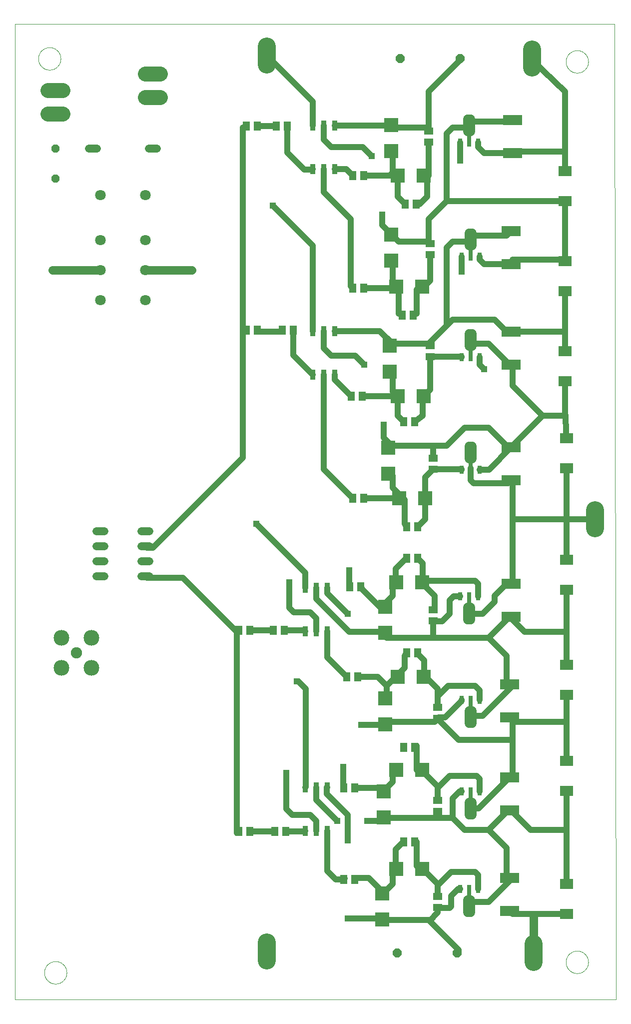
<source format=gtl>
G75*
%MOIN*%
%OFA0B0*%
%FSLAX25Y25*%
%IPPOS*%
%LPD*%
%AMOC8*
5,1,8,0,0,1.08239X$1,22.5*
%
%ADD10C,0.00000*%
%ADD11C,0.10039*%
%ADD12C,0.07500*%
%ADD13C,0.10500*%
%ADD14R,0.05118X0.05906*%
%ADD15C,0.05200*%
%ADD16C,0.07087*%
%ADD17R,0.03500X0.06600*%
%ADD18R,0.12598X0.07087*%
%ADD19R,0.03150X0.05512*%
%ADD20R,0.03150X0.07480*%
%ADD21C,0.06000*%
%ADD22R,0.08661X0.07087*%
%ADD23C,0.11850*%
%ADD24R,0.09449X0.09449*%
%ADD25OC8,0.05200*%
%ADD26R,0.05906X0.05118*%
%ADD27OC8,0.06000*%
%ADD28C,0.05600*%
%ADD29R,0.03962X0.03962*%
%ADD30C,0.04000*%
D10*
X0001800Y0001800D02*
X0001800Y0651800D01*
X0401800Y0651800D01*
X0402800Y0001800D01*
X0001800Y0001800D01*
X0021325Y0019800D02*
X0021327Y0019983D01*
X0021334Y0020167D01*
X0021345Y0020350D01*
X0021361Y0020533D01*
X0021381Y0020715D01*
X0021406Y0020897D01*
X0021435Y0021078D01*
X0021469Y0021258D01*
X0021507Y0021438D01*
X0021549Y0021616D01*
X0021596Y0021794D01*
X0021647Y0021970D01*
X0021702Y0022145D01*
X0021762Y0022318D01*
X0021826Y0022490D01*
X0021894Y0022661D01*
X0021966Y0022829D01*
X0022043Y0022996D01*
X0022123Y0023161D01*
X0022208Y0023324D01*
X0022296Y0023484D01*
X0022388Y0023643D01*
X0022485Y0023799D01*
X0022585Y0023953D01*
X0022689Y0024104D01*
X0022796Y0024253D01*
X0022907Y0024399D01*
X0023022Y0024542D01*
X0023140Y0024682D01*
X0023261Y0024820D01*
X0023386Y0024954D01*
X0023514Y0025086D01*
X0023646Y0025214D01*
X0023780Y0025339D01*
X0023918Y0025460D01*
X0024058Y0025578D01*
X0024201Y0025693D01*
X0024347Y0025804D01*
X0024496Y0025911D01*
X0024647Y0026015D01*
X0024801Y0026115D01*
X0024957Y0026212D01*
X0025116Y0026304D01*
X0025276Y0026392D01*
X0025439Y0026477D01*
X0025604Y0026557D01*
X0025771Y0026634D01*
X0025939Y0026706D01*
X0026110Y0026774D01*
X0026282Y0026838D01*
X0026455Y0026898D01*
X0026630Y0026953D01*
X0026806Y0027004D01*
X0026984Y0027051D01*
X0027162Y0027093D01*
X0027342Y0027131D01*
X0027522Y0027165D01*
X0027703Y0027194D01*
X0027885Y0027219D01*
X0028067Y0027239D01*
X0028250Y0027255D01*
X0028433Y0027266D01*
X0028617Y0027273D01*
X0028800Y0027275D01*
X0028983Y0027273D01*
X0029167Y0027266D01*
X0029350Y0027255D01*
X0029533Y0027239D01*
X0029715Y0027219D01*
X0029897Y0027194D01*
X0030078Y0027165D01*
X0030258Y0027131D01*
X0030438Y0027093D01*
X0030616Y0027051D01*
X0030794Y0027004D01*
X0030970Y0026953D01*
X0031145Y0026898D01*
X0031318Y0026838D01*
X0031490Y0026774D01*
X0031661Y0026706D01*
X0031829Y0026634D01*
X0031996Y0026557D01*
X0032161Y0026477D01*
X0032324Y0026392D01*
X0032484Y0026304D01*
X0032643Y0026212D01*
X0032799Y0026115D01*
X0032953Y0026015D01*
X0033104Y0025911D01*
X0033253Y0025804D01*
X0033399Y0025693D01*
X0033542Y0025578D01*
X0033682Y0025460D01*
X0033820Y0025339D01*
X0033954Y0025214D01*
X0034086Y0025086D01*
X0034214Y0024954D01*
X0034339Y0024820D01*
X0034460Y0024682D01*
X0034578Y0024542D01*
X0034693Y0024399D01*
X0034804Y0024253D01*
X0034911Y0024104D01*
X0035015Y0023953D01*
X0035115Y0023799D01*
X0035212Y0023643D01*
X0035304Y0023484D01*
X0035392Y0023324D01*
X0035477Y0023161D01*
X0035557Y0022996D01*
X0035634Y0022829D01*
X0035706Y0022661D01*
X0035774Y0022490D01*
X0035838Y0022318D01*
X0035898Y0022145D01*
X0035953Y0021970D01*
X0036004Y0021794D01*
X0036051Y0021616D01*
X0036093Y0021438D01*
X0036131Y0021258D01*
X0036165Y0021078D01*
X0036194Y0020897D01*
X0036219Y0020715D01*
X0036239Y0020533D01*
X0036255Y0020350D01*
X0036266Y0020167D01*
X0036273Y0019983D01*
X0036275Y0019800D01*
X0036273Y0019617D01*
X0036266Y0019433D01*
X0036255Y0019250D01*
X0036239Y0019067D01*
X0036219Y0018885D01*
X0036194Y0018703D01*
X0036165Y0018522D01*
X0036131Y0018342D01*
X0036093Y0018162D01*
X0036051Y0017984D01*
X0036004Y0017806D01*
X0035953Y0017630D01*
X0035898Y0017455D01*
X0035838Y0017282D01*
X0035774Y0017110D01*
X0035706Y0016939D01*
X0035634Y0016771D01*
X0035557Y0016604D01*
X0035477Y0016439D01*
X0035392Y0016276D01*
X0035304Y0016116D01*
X0035212Y0015957D01*
X0035115Y0015801D01*
X0035015Y0015647D01*
X0034911Y0015496D01*
X0034804Y0015347D01*
X0034693Y0015201D01*
X0034578Y0015058D01*
X0034460Y0014918D01*
X0034339Y0014780D01*
X0034214Y0014646D01*
X0034086Y0014514D01*
X0033954Y0014386D01*
X0033820Y0014261D01*
X0033682Y0014140D01*
X0033542Y0014022D01*
X0033399Y0013907D01*
X0033253Y0013796D01*
X0033104Y0013689D01*
X0032953Y0013585D01*
X0032799Y0013485D01*
X0032643Y0013388D01*
X0032484Y0013296D01*
X0032324Y0013208D01*
X0032161Y0013123D01*
X0031996Y0013043D01*
X0031829Y0012966D01*
X0031661Y0012894D01*
X0031490Y0012826D01*
X0031318Y0012762D01*
X0031145Y0012702D01*
X0030970Y0012647D01*
X0030794Y0012596D01*
X0030616Y0012549D01*
X0030438Y0012507D01*
X0030258Y0012469D01*
X0030078Y0012435D01*
X0029897Y0012406D01*
X0029715Y0012381D01*
X0029533Y0012361D01*
X0029350Y0012345D01*
X0029167Y0012334D01*
X0028983Y0012327D01*
X0028800Y0012325D01*
X0028617Y0012327D01*
X0028433Y0012334D01*
X0028250Y0012345D01*
X0028067Y0012361D01*
X0027885Y0012381D01*
X0027703Y0012406D01*
X0027522Y0012435D01*
X0027342Y0012469D01*
X0027162Y0012507D01*
X0026984Y0012549D01*
X0026806Y0012596D01*
X0026630Y0012647D01*
X0026455Y0012702D01*
X0026282Y0012762D01*
X0026110Y0012826D01*
X0025939Y0012894D01*
X0025771Y0012966D01*
X0025604Y0013043D01*
X0025439Y0013123D01*
X0025276Y0013208D01*
X0025116Y0013296D01*
X0024957Y0013388D01*
X0024801Y0013485D01*
X0024647Y0013585D01*
X0024496Y0013689D01*
X0024347Y0013796D01*
X0024201Y0013907D01*
X0024058Y0014022D01*
X0023918Y0014140D01*
X0023780Y0014261D01*
X0023646Y0014386D01*
X0023514Y0014514D01*
X0023386Y0014646D01*
X0023261Y0014780D01*
X0023140Y0014918D01*
X0023022Y0015058D01*
X0022907Y0015201D01*
X0022796Y0015347D01*
X0022689Y0015496D01*
X0022585Y0015647D01*
X0022485Y0015801D01*
X0022388Y0015957D01*
X0022296Y0016116D01*
X0022208Y0016276D01*
X0022123Y0016439D01*
X0022043Y0016604D01*
X0021966Y0016771D01*
X0021894Y0016939D01*
X0021826Y0017110D01*
X0021762Y0017282D01*
X0021702Y0017455D01*
X0021647Y0017630D01*
X0021596Y0017806D01*
X0021549Y0017984D01*
X0021507Y0018162D01*
X0021469Y0018342D01*
X0021435Y0018522D01*
X0021406Y0018703D01*
X0021381Y0018885D01*
X0021361Y0019067D01*
X0021345Y0019250D01*
X0021334Y0019433D01*
X0021327Y0019617D01*
X0021325Y0019800D01*
X0369325Y0026800D02*
X0369327Y0026983D01*
X0369334Y0027167D01*
X0369345Y0027350D01*
X0369361Y0027533D01*
X0369381Y0027715D01*
X0369406Y0027897D01*
X0369435Y0028078D01*
X0369469Y0028258D01*
X0369507Y0028438D01*
X0369549Y0028616D01*
X0369596Y0028794D01*
X0369647Y0028970D01*
X0369702Y0029145D01*
X0369762Y0029318D01*
X0369826Y0029490D01*
X0369894Y0029661D01*
X0369966Y0029829D01*
X0370043Y0029996D01*
X0370123Y0030161D01*
X0370208Y0030324D01*
X0370296Y0030484D01*
X0370388Y0030643D01*
X0370485Y0030799D01*
X0370585Y0030953D01*
X0370689Y0031104D01*
X0370796Y0031253D01*
X0370907Y0031399D01*
X0371022Y0031542D01*
X0371140Y0031682D01*
X0371261Y0031820D01*
X0371386Y0031954D01*
X0371514Y0032086D01*
X0371646Y0032214D01*
X0371780Y0032339D01*
X0371918Y0032460D01*
X0372058Y0032578D01*
X0372201Y0032693D01*
X0372347Y0032804D01*
X0372496Y0032911D01*
X0372647Y0033015D01*
X0372801Y0033115D01*
X0372957Y0033212D01*
X0373116Y0033304D01*
X0373276Y0033392D01*
X0373439Y0033477D01*
X0373604Y0033557D01*
X0373771Y0033634D01*
X0373939Y0033706D01*
X0374110Y0033774D01*
X0374282Y0033838D01*
X0374455Y0033898D01*
X0374630Y0033953D01*
X0374806Y0034004D01*
X0374984Y0034051D01*
X0375162Y0034093D01*
X0375342Y0034131D01*
X0375522Y0034165D01*
X0375703Y0034194D01*
X0375885Y0034219D01*
X0376067Y0034239D01*
X0376250Y0034255D01*
X0376433Y0034266D01*
X0376617Y0034273D01*
X0376800Y0034275D01*
X0376983Y0034273D01*
X0377167Y0034266D01*
X0377350Y0034255D01*
X0377533Y0034239D01*
X0377715Y0034219D01*
X0377897Y0034194D01*
X0378078Y0034165D01*
X0378258Y0034131D01*
X0378438Y0034093D01*
X0378616Y0034051D01*
X0378794Y0034004D01*
X0378970Y0033953D01*
X0379145Y0033898D01*
X0379318Y0033838D01*
X0379490Y0033774D01*
X0379661Y0033706D01*
X0379829Y0033634D01*
X0379996Y0033557D01*
X0380161Y0033477D01*
X0380324Y0033392D01*
X0380484Y0033304D01*
X0380643Y0033212D01*
X0380799Y0033115D01*
X0380953Y0033015D01*
X0381104Y0032911D01*
X0381253Y0032804D01*
X0381399Y0032693D01*
X0381542Y0032578D01*
X0381682Y0032460D01*
X0381820Y0032339D01*
X0381954Y0032214D01*
X0382086Y0032086D01*
X0382214Y0031954D01*
X0382339Y0031820D01*
X0382460Y0031682D01*
X0382578Y0031542D01*
X0382693Y0031399D01*
X0382804Y0031253D01*
X0382911Y0031104D01*
X0383015Y0030953D01*
X0383115Y0030799D01*
X0383212Y0030643D01*
X0383304Y0030484D01*
X0383392Y0030324D01*
X0383477Y0030161D01*
X0383557Y0029996D01*
X0383634Y0029829D01*
X0383706Y0029661D01*
X0383774Y0029490D01*
X0383838Y0029318D01*
X0383898Y0029145D01*
X0383953Y0028970D01*
X0384004Y0028794D01*
X0384051Y0028616D01*
X0384093Y0028438D01*
X0384131Y0028258D01*
X0384165Y0028078D01*
X0384194Y0027897D01*
X0384219Y0027715D01*
X0384239Y0027533D01*
X0384255Y0027350D01*
X0384266Y0027167D01*
X0384273Y0026983D01*
X0384275Y0026800D01*
X0384273Y0026617D01*
X0384266Y0026433D01*
X0384255Y0026250D01*
X0384239Y0026067D01*
X0384219Y0025885D01*
X0384194Y0025703D01*
X0384165Y0025522D01*
X0384131Y0025342D01*
X0384093Y0025162D01*
X0384051Y0024984D01*
X0384004Y0024806D01*
X0383953Y0024630D01*
X0383898Y0024455D01*
X0383838Y0024282D01*
X0383774Y0024110D01*
X0383706Y0023939D01*
X0383634Y0023771D01*
X0383557Y0023604D01*
X0383477Y0023439D01*
X0383392Y0023276D01*
X0383304Y0023116D01*
X0383212Y0022957D01*
X0383115Y0022801D01*
X0383015Y0022647D01*
X0382911Y0022496D01*
X0382804Y0022347D01*
X0382693Y0022201D01*
X0382578Y0022058D01*
X0382460Y0021918D01*
X0382339Y0021780D01*
X0382214Y0021646D01*
X0382086Y0021514D01*
X0381954Y0021386D01*
X0381820Y0021261D01*
X0381682Y0021140D01*
X0381542Y0021022D01*
X0381399Y0020907D01*
X0381253Y0020796D01*
X0381104Y0020689D01*
X0380953Y0020585D01*
X0380799Y0020485D01*
X0380643Y0020388D01*
X0380484Y0020296D01*
X0380324Y0020208D01*
X0380161Y0020123D01*
X0379996Y0020043D01*
X0379829Y0019966D01*
X0379661Y0019894D01*
X0379490Y0019826D01*
X0379318Y0019762D01*
X0379145Y0019702D01*
X0378970Y0019647D01*
X0378794Y0019596D01*
X0378616Y0019549D01*
X0378438Y0019507D01*
X0378258Y0019469D01*
X0378078Y0019435D01*
X0377897Y0019406D01*
X0377715Y0019381D01*
X0377533Y0019361D01*
X0377350Y0019345D01*
X0377167Y0019334D01*
X0376983Y0019327D01*
X0376800Y0019325D01*
X0376617Y0019327D01*
X0376433Y0019334D01*
X0376250Y0019345D01*
X0376067Y0019361D01*
X0375885Y0019381D01*
X0375703Y0019406D01*
X0375522Y0019435D01*
X0375342Y0019469D01*
X0375162Y0019507D01*
X0374984Y0019549D01*
X0374806Y0019596D01*
X0374630Y0019647D01*
X0374455Y0019702D01*
X0374282Y0019762D01*
X0374110Y0019826D01*
X0373939Y0019894D01*
X0373771Y0019966D01*
X0373604Y0020043D01*
X0373439Y0020123D01*
X0373276Y0020208D01*
X0373116Y0020296D01*
X0372957Y0020388D01*
X0372801Y0020485D01*
X0372647Y0020585D01*
X0372496Y0020689D01*
X0372347Y0020796D01*
X0372201Y0020907D01*
X0372058Y0021022D01*
X0371918Y0021140D01*
X0371780Y0021261D01*
X0371646Y0021386D01*
X0371514Y0021514D01*
X0371386Y0021646D01*
X0371261Y0021780D01*
X0371140Y0021918D01*
X0371022Y0022058D01*
X0370907Y0022201D01*
X0370796Y0022347D01*
X0370689Y0022496D01*
X0370585Y0022647D01*
X0370485Y0022801D01*
X0370388Y0022957D01*
X0370296Y0023116D01*
X0370208Y0023276D01*
X0370123Y0023439D01*
X0370043Y0023604D01*
X0369966Y0023771D01*
X0369894Y0023939D01*
X0369826Y0024110D01*
X0369762Y0024282D01*
X0369702Y0024455D01*
X0369647Y0024630D01*
X0369596Y0024806D01*
X0369549Y0024984D01*
X0369507Y0025162D01*
X0369469Y0025342D01*
X0369435Y0025522D01*
X0369406Y0025703D01*
X0369381Y0025885D01*
X0369361Y0026067D01*
X0369345Y0026250D01*
X0369334Y0026433D01*
X0369327Y0026617D01*
X0369325Y0026800D01*
X0369325Y0626800D02*
X0369327Y0626983D01*
X0369334Y0627167D01*
X0369345Y0627350D01*
X0369361Y0627533D01*
X0369381Y0627715D01*
X0369406Y0627897D01*
X0369435Y0628078D01*
X0369469Y0628258D01*
X0369507Y0628438D01*
X0369549Y0628616D01*
X0369596Y0628794D01*
X0369647Y0628970D01*
X0369702Y0629145D01*
X0369762Y0629318D01*
X0369826Y0629490D01*
X0369894Y0629661D01*
X0369966Y0629829D01*
X0370043Y0629996D01*
X0370123Y0630161D01*
X0370208Y0630324D01*
X0370296Y0630484D01*
X0370388Y0630643D01*
X0370485Y0630799D01*
X0370585Y0630953D01*
X0370689Y0631104D01*
X0370796Y0631253D01*
X0370907Y0631399D01*
X0371022Y0631542D01*
X0371140Y0631682D01*
X0371261Y0631820D01*
X0371386Y0631954D01*
X0371514Y0632086D01*
X0371646Y0632214D01*
X0371780Y0632339D01*
X0371918Y0632460D01*
X0372058Y0632578D01*
X0372201Y0632693D01*
X0372347Y0632804D01*
X0372496Y0632911D01*
X0372647Y0633015D01*
X0372801Y0633115D01*
X0372957Y0633212D01*
X0373116Y0633304D01*
X0373276Y0633392D01*
X0373439Y0633477D01*
X0373604Y0633557D01*
X0373771Y0633634D01*
X0373939Y0633706D01*
X0374110Y0633774D01*
X0374282Y0633838D01*
X0374455Y0633898D01*
X0374630Y0633953D01*
X0374806Y0634004D01*
X0374984Y0634051D01*
X0375162Y0634093D01*
X0375342Y0634131D01*
X0375522Y0634165D01*
X0375703Y0634194D01*
X0375885Y0634219D01*
X0376067Y0634239D01*
X0376250Y0634255D01*
X0376433Y0634266D01*
X0376617Y0634273D01*
X0376800Y0634275D01*
X0376983Y0634273D01*
X0377167Y0634266D01*
X0377350Y0634255D01*
X0377533Y0634239D01*
X0377715Y0634219D01*
X0377897Y0634194D01*
X0378078Y0634165D01*
X0378258Y0634131D01*
X0378438Y0634093D01*
X0378616Y0634051D01*
X0378794Y0634004D01*
X0378970Y0633953D01*
X0379145Y0633898D01*
X0379318Y0633838D01*
X0379490Y0633774D01*
X0379661Y0633706D01*
X0379829Y0633634D01*
X0379996Y0633557D01*
X0380161Y0633477D01*
X0380324Y0633392D01*
X0380484Y0633304D01*
X0380643Y0633212D01*
X0380799Y0633115D01*
X0380953Y0633015D01*
X0381104Y0632911D01*
X0381253Y0632804D01*
X0381399Y0632693D01*
X0381542Y0632578D01*
X0381682Y0632460D01*
X0381820Y0632339D01*
X0381954Y0632214D01*
X0382086Y0632086D01*
X0382214Y0631954D01*
X0382339Y0631820D01*
X0382460Y0631682D01*
X0382578Y0631542D01*
X0382693Y0631399D01*
X0382804Y0631253D01*
X0382911Y0631104D01*
X0383015Y0630953D01*
X0383115Y0630799D01*
X0383212Y0630643D01*
X0383304Y0630484D01*
X0383392Y0630324D01*
X0383477Y0630161D01*
X0383557Y0629996D01*
X0383634Y0629829D01*
X0383706Y0629661D01*
X0383774Y0629490D01*
X0383838Y0629318D01*
X0383898Y0629145D01*
X0383953Y0628970D01*
X0384004Y0628794D01*
X0384051Y0628616D01*
X0384093Y0628438D01*
X0384131Y0628258D01*
X0384165Y0628078D01*
X0384194Y0627897D01*
X0384219Y0627715D01*
X0384239Y0627533D01*
X0384255Y0627350D01*
X0384266Y0627167D01*
X0384273Y0626983D01*
X0384275Y0626800D01*
X0384273Y0626617D01*
X0384266Y0626433D01*
X0384255Y0626250D01*
X0384239Y0626067D01*
X0384219Y0625885D01*
X0384194Y0625703D01*
X0384165Y0625522D01*
X0384131Y0625342D01*
X0384093Y0625162D01*
X0384051Y0624984D01*
X0384004Y0624806D01*
X0383953Y0624630D01*
X0383898Y0624455D01*
X0383838Y0624282D01*
X0383774Y0624110D01*
X0383706Y0623939D01*
X0383634Y0623771D01*
X0383557Y0623604D01*
X0383477Y0623439D01*
X0383392Y0623276D01*
X0383304Y0623116D01*
X0383212Y0622957D01*
X0383115Y0622801D01*
X0383015Y0622647D01*
X0382911Y0622496D01*
X0382804Y0622347D01*
X0382693Y0622201D01*
X0382578Y0622058D01*
X0382460Y0621918D01*
X0382339Y0621780D01*
X0382214Y0621646D01*
X0382086Y0621514D01*
X0381954Y0621386D01*
X0381820Y0621261D01*
X0381682Y0621140D01*
X0381542Y0621022D01*
X0381399Y0620907D01*
X0381253Y0620796D01*
X0381104Y0620689D01*
X0380953Y0620585D01*
X0380799Y0620485D01*
X0380643Y0620388D01*
X0380484Y0620296D01*
X0380324Y0620208D01*
X0380161Y0620123D01*
X0379996Y0620043D01*
X0379829Y0619966D01*
X0379661Y0619894D01*
X0379490Y0619826D01*
X0379318Y0619762D01*
X0379145Y0619702D01*
X0378970Y0619647D01*
X0378794Y0619596D01*
X0378616Y0619549D01*
X0378438Y0619507D01*
X0378258Y0619469D01*
X0378078Y0619435D01*
X0377897Y0619406D01*
X0377715Y0619381D01*
X0377533Y0619361D01*
X0377350Y0619345D01*
X0377167Y0619334D01*
X0376983Y0619327D01*
X0376800Y0619325D01*
X0376617Y0619327D01*
X0376433Y0619334D01*
X0376250Y0619345D01*
X0376067Y0619361D01*
X0375885Y0619381D01*
X0375703Y0619406D01*
X0375522Y0619435D01*
X0375342Y0619469D01*
X0375162Y0619507D01*
X0374984Y0619549D01*
X0374806Y0619596D01*
X0374630Y0619647D01*
X0374455Y0619702D01*
X0374282Y0619762D01*
X0374110Y0619826D01*
X0373939Y0619894D01*
X0373771Y0619966D01*
X0373604Y0620043D01*
X0373439Y0620123D01*
X0373276Y0620208D01*
X0373116Y0620296D01*
X0372957Y0620388D01*
X0372801Y0620485D01*
X0372647Y0620585D01*
X0372496Y0620689D01*
X0372347Y0620796D01*
X0372201Y0620907D01*
X0372058Y0621022D01*
X0371918Y0621140D01*
X0371780Y0621261D01*
X0371646Y0621386D01*
X0371514Y0621514D01*
X0371386Y0621646D01*
X0371261Y0621780D01*
X0371140Y0621918D01*
X0371022Y0622058D01*
X0370907Y0622201D01*
X0370796Y0622347D01*
X0370689Y0622496D01*
X0370585Y0622647D01*
X0370485Y0622801D01*
X0370388Y0622957D01*
X0370296Y0623116D01*
X0370208Y0623276D01*
X0370123Y0623439D01*
X0370043Y0623604D01*
X0369966Y0623771D01*
X0369894Y0623939D01*
X0369826Y0624110D01*
X0369762Y0624282D01*
X0369702Y0624455D01*
X0369647Y0624630D01*
X0369596Y0624806D01*
X0369549Y0624984D01*
X0369507Y0625162D01*
X0369469Y0625342D01*
X0369435Y0625522D01*
X0369406Y0625703D01*
X0369381Y0625885D01*
X0369361Y0626067D01*
X0369345Y0626250D01*
X0369334Y0626433D01*
X0369327Y0626617D01*
X0369325Y0626800D01*
X0017325Y0628800D02*
X0017327Y0628983D01*
X0017334Y0629167D01*
X0017345Y0629350D01*
X0017361Y0629533D01*
X0017381Y0629715D01*
X0017406Y0629897D01*
X0017435Y0630078D01*
X0017469Y0630258D01*
X0017507Y0630438D01*
X0017549Y0630616D01*
X0017596Y0630794D01*
X0017647Y0630970D01*
X0017702Y0631145D01*
X0017762Y0631318D01*
X0017826Y0631490D01*
X0017894Y0631661D01*
X0017966Y0631829D01*
X0018043Y0631996D01*
X0018123Y0632161D01*
X0018208Y0632324D01*
X0018296Y0632484D01*
X0018388Y0632643D01*
X0018485Y0632799D01*
X0018585Y0632953D01*
X0018689Y0633104D01*
X0018796Y0633253D01*
X0018907Y0633399D01*
X0019022Y0633542D01*
X0019140Y0633682D01*
X0019261Y0633820D01*
X0019386Y0633954D01*
X0019514Y0634086D01*
X0019646Y0634214D01*
X0019780Y0634339D01*
X0019918Y0634460D01*
X0020058Y0634578D01*
X0020201Y0634693D01*
X0020347Y0634804D01*
X0020496Y0634911D01*
X0020647Y0635015D01*
X0020801Y0635115D01*
X0020957Y0635212D01*
X0021116Y0635304D01*
X0021276Y0635392D01*
X0021439Y0635477D01*
X0021604Y0635557D01*
X0021771Y0635634D01*
X0021939Y0635706D01*
X0022110Y0635774D01*
X0022282Y0635838D01*
X0022455Y0635898D01*
X0022630Y0635953D01*
X0022806Y0636004D01*
X0022984Y0636051D01*
X0023162Y0636093D01*
X0023342Y0636131D01*
X0023522Y0636165D01*
X0023703Y0636194D01*
X0023885Y0636219D01*
X0024067Y0636239D01*
X0024250Y0636255D01*
X0024433Y0636266D01*
X0024617Y0636273D01*
X0024800Y0636275D01*
X0024983Y0636273D01*
X0025167Y0636266D01*
X0025350Y0636255D01*
X0025533Y0636239D01*
X0025715Y0636219D01*
X0025897Y0636194D01*
X0026078Y0636165D01*
X0026258Y0636131D01*
X0026438Y0636093D01*
X0026616Y0636051D01*
X0026794Y0636004D01*
X0026970Y0635953D01*
X0027145Y0635898D01*
X0027318Y0635838D01*
X0027490Y0635774D01*
X0027661Y0635706D01*
X0027829Y0635634D01*
X0027996Y0635557D01*
X0028161Y0635477D01*
X0028324Y0635392D01*
X0028484Y0635304D01*
X0028643Y0635212D01*
X0028799Y0635115D01*
X0028953Y0635015D01*
X0029104Y0634911D01*
X0029253Y0634804D01*
X0029399Y0634693D01*
X0029542Y0634578D01*
X0029682Y0634460D01*
X0029820Y0634339D01*
X0029954Y0634214D01*
X0030086Y0634086D01*
X0030214Y0633954D01*
X0030339Y0633820D01*
X0030460Y0633682D01*
X0030578Y0633542D01*
X0030693Y0633399D01*
X0030804Y0633253D01*
X0030911Y0633104D01*
X0031015Y0632953D01*
X0031115Y0632799D01*
X0031212Y0632643D01*
X0031304Y0632484D01*
X0031392Y0632324D01*
X0031477Y0632161D01*
X0031557Y0631996D01*
X0031634Y0631829D01*
X0031706Y0631661D01*
X0031774Y0631490D01*
X0031838Y0631318D01*
X0031898Y0631145D01*
X0031953Y0630970D01*
X0032004Y0630794D01*
X0032051Y0630616D01*
X0032093Y0630438D01*
X0032131Y0630258D01*
X0032165Y0630078D01*
X0032194Y0629897D01*
X0032219Y0629715D01*
X0032239Y0629533D01*
X0032255Y0629350D01*
X0032266Y0629167D01*
X0032273Y0628983D01*
X0032275Y0628800D01*
X0032273Y0628617D01*
X0032266Y0628433D01*
X0032255Y0628250D01*
X0032239Y0628067D01*
X0032219Y0627885D01*
X0032194Y0627703D01*
X0032165Y0627522D01*
X0032131Y0627342D01*
X0032093Y0627162D01*
X0032051Y0626984D01*
X0032004Y0626806D01*
X0031953Y0626630D01*
X0031898Y0626455D01*
X0031838Y0626282D01*
X0031774Y0626110D01*
X0031706Y0625939D01*
X0031634Y0625771D01*
X0031557Y0625604D01*
X0031477Y0625439D01*
X0031392Y0625276D01*
X0031304Y0625116D01*
X0031212Y0624957D01*
X0031115Y0624801D01*
X0031015Y0624647D01*
X0030911Y0624496D01*
X0030804Y0624347D01*
X0030693Y0624201D01*
X0030578Y0624058D01*
X0030460Y0623918D01*
X0030339Y0623780D01*
X0030214Y0623646D01*
X0030086Y0623514D01*
X0029954Y0623386D01*
X0029820Y0623261D01*
X0029682Y0623140D01*
X0029542Y0623022D01*
X0029399Y0622907D01*
X0029253Y0622796D01*
X0029104Y0622689D01*
X0028953Y0622585D01*
X0028799Y0622485D01*
X0028643Y0622388D01*
X0028484Y0622296D01*
X0028324Y0622208D01*
X0028161Y0622123D01*
X0027996Y0622043D01*
X0027829Y0621966D01*
X0027661Y0621894D01*
X0027490Y0621826D01*
X0027318Y0621762D01*
X0027145Y0621702D01*
X0026970Y0621647D01*
X0026794Y0621596D01*
X0026616Y0621549D01*
X0026438Y0621507D01*
X0026258Y0621469D01*
X0026078Y0621435D01*
X0025897Y0621406D01*
X0025715Y0621381D01*
X0025533Y0621361D01*
X0025350Y0621345D01*
X0025167Y0621334D01*
X0024983Y0621327D01*
X0024800Y0621325D01*
X0024617Y0621327D01*
X0024433Y0621334D01*
X0024250Y0621345D01*
X0024067Y0621361D01*
X0023885Y0621381D01*
X0023703Y0621406D01*
X0023522Y0621435D01*
X0023342Y0621469D01*
X0023162Y0621507D01*
X0022984Y0621549D01*
X0022806Y0621596D01*
X0022630Y0621647D01*
X0022455Y0621702D01*
X0022282Y0621762D01*
X0022110Y0621826D01*
X0021939Y0621894D01*
X0021771Y0621966D01*
X0021604Y0622043D01*
X0021439Y0622123D01*
X0021276Y0622208D01*
X0021116Y0622296D01*
X0020957Y0622388D01*
X0020801Y0622485D01*
X0020647Y0622585D01*
X0020496Y0622689D01*
X0020347Y0622796D01*
X0020201Y0622907D01*
X0020058Y0623022D01*
X0019918Y0623140D01*
X0019780Y0623261D01*
X0019646Y0623386D01*
X0019514Y0623514D01*
X0019386Y0623646D01*
X0019261Y0623780D01*
X0019140Y0623918D01*
X0019022Y0624058D01*
X0018907Y0624201D01*
X0018796Y0624347D01*
X0018689Y0624496D01*
X0018585Y0624647D01*
X0018485Y0624801D01*
X0018388Y0624957D01*
X0018296Y0625116D01*
X0018208Y0625276D01*
X0018123Y0625439D01*
X0018043Y0625604D01*
X0017966Y0625771D01*
X0017894Y0625939D01*
X0017826Y0626110D01*
X0017762Y0626282D01*
X0017702Y0626455D01*
X0017647Y0626630D01*
X0017596Y0626806D01*
X0017549Y0626984D01*
X0017507Y0627162D01*
X0017469Y0627342D01*
X0017435Y0627522D01*
X0017406Y0627703D01*
X0017381Y0627885D01*
X0017361Y0628067D01*
X0017345Y0628250D01*
X0017334Y0628433D01*
X0017327Y0628617D01*
X0017325Y0628800D01*
D11*
X0023780Y0607595D02*
X0033820Y0607595D01*
X0033820Y0592005D02*
X0023780Y0592005D01*
X0088780Y0603005D02*
X0098820Y0603005D01*
X0098820Y0618595D02*
X0088780Y0618595D01*
D12*
X0042800Y0232800D03*
D13*
X0032761Y0242839D03*
X0032761Y0222761D03*
X0052839Y0222761D03*
X0052839Y0242839D03*
D14*
X0151060Y0247800D03*
X0158540Y0247800D03*
X0174060Y0247800D03*
X0181540Y0247800D03*
X0223060Y0216800D03*
X0230540Y0216800D03*
X0263060Y0232800D03*
X0270540Y0232800D03*
X0232540Y0276800D03*
X0225060Y0276800D03*
X0227060Y0335800D03*
X0234540Y0335800D03*
X0263060Y0316800D03*
X0270540Y0316800D03*
X0270540Y0295800D03*
X0263060Y0295800D03*
X0261060Y0386800D03*
X0268540Y0386800D03*
X0233540Y0403800D03*
X0226060Y0403800D03*
X0187540Y0447800D03*
X0180060Y0447800D03*
X0163540Y0447800D03*
X0156060Y0447800D03*
X0227060Y0475800D03*
X0234540Y0475800D03*
X0260060Y0457800D03*
X0267540Y0457800D03*
X0269540Y0531800D03*
X0262060Y0531800D03*
X0234540Y0550800D03*
X0227060Y0550800D03*
X0183540Y0583800D03*
X0176060Y0583800D03*
X0163540Y0583800D03*
X0156060Y0583800D03*
X0261060Y0169800D03*
X0268540Y0169800D03*
X0268540Y0106800D03*
X0261060Y0106800D03*
X0228540Y0081800D03*
X0221060Y0081800D03*
X0182540Y0113800D03*
X0175060Y0113800D03*
X0158540Y0113800D03*
X0151060Y0113800D03*
X0221060Y0142800D03*
X0228540Y0142800D03*
D15*
X0091400Y0283800D02*
X0086200Y0283800D01*
X0086200Y0293800D02*
X0091400Y0293800D01*
X0091400Y0303800D02*
X0086200Y0303800D01*
X0086200Y0313800D02*
X0091400Y0313800D01*
X0061400Y0313800D02*
X0056200Y0313800D01*
X0056200Y0303800D02*
X0061400Y0303800D01*
X0061400Y0293800D02*
X0056200Y0293800D01*
X0056200Y0283800D02*
X0061400Y0283800D01*
X0056400Y0568800D02*
X0051200Y0568800D01*
X0091200Y0568800D02*
X0096400Y0568800D01*
D16*
X0088800Y0537800D03*
X0088800Y0507800D03*
X0088800Y0487800D03*
X0088800Y0467800D03*
X0058800Y0467800D03*
X0058800Y0487800D03*
X0058800Y0507800D03*
X0058800Y0537800D03*
D17*
X0200500Y0555250D03*
X0207800Y0555250D03*
X0215100Y0555250D03*
X0215100Y0584350D03*
X0207800Y0584350D03*
X0200500Y0584350D03*
X0200500Y0447350D03*
X0207800Y0447350D03*
X0215100Y0447350D03*
X0215100Y0418250D03*
X0207800Y0418250D03*
X0200500Y0418250D03*
X0202800Y0276350D03*
X0195500Y0276350D03*
X0210100Y0276350D03*
X0210100Y0247250D03*
X0202800Y0247250D03*
X0195500Y0247250D03*
X0195500Y0143350D03*
X0202800Y0143350D03*
X0210100Y0143350D03*
X0210100Y0114250D03*
X0202800Y0114250D03*
X0195500Y0114250D03*
D18*
X0331800Y0127776D03*
X0331800Y0149824D03*
X0331800Y0189776D03*
X0331800Y0211824D03*
X0332800Y0256776D03*
X0332800Y0278824D03*
X0332800Y0347776D03*
X0332800Y0369824D03*
X0332800Y0424776D03*
X0332800Y0446824D03*
X0332800Y0491776D03*
X0332800Y0513824D03*
X0333800Y0565776D03*
X0333800Y0587824D03*
X0331800Y0082824D03*
X0331800Y0060776D03*
D19*
X0310702Y0075599D03*
X0298898Y0075599D03*
X0299898Y0140599D03*
X0311702Y0140599D03*
X0311702Y0201599D03*
X0299898Y0201599D03*
X0298898Y0270599D03*
X0310702Y0270599D03*
X0311702Y0355001D03*
X0299898Y0355001D03*
X0299898Y0430001D03*
X0311702Y0430001D03*
X0311702Y0497001D03*
X0299898Y0497001D03*
X0298898Y0573001D03*
X0310702Y0573001D03*
D20*
X0304800Y0574001D03*
X0305800Y0498001D03*
X0305800Y0431001D03*
X0305800Y0356001D03*
X0304800Y0269599D03*
X0305800Y0200599D03*
X0305800Y0139599D03*
X0304800Y0074599D03*
D21*
X0303800Y0068284D02*
X0305800Y0068284D01*
X0305800Y0059914D01*
X0303800Y0059914D01*
X0303800Y0068284D01*
X0303800Y0065913D02*
X0305800Y0065913D01*
X0304800Y0133284D02*
X0306800Y0133284D01*
X0306800Y0124914D01*
X0304800Y0124914D01*
X0304800Y0133284D01*
X0304800Y0130913D02*
X0306800Y0130913D01*
X0306800Y0194284D02*
X0304800Y0194284D01*
X0306800Y0194284D02*
X0306800Y0185914D01*
X0304800Y0185914D01*
X0304800Y0194284D01*
X0304800Y0191913D02*
X0306800Y0191913D01*
X0305800Y0263284D02*
X0303800Y0263284D01*
X0305800Y0263284D02*
X0305800Y0254914D01*
X0303800Y0254914D01*
X0303800Y0263284D01*
X0303800Y0260913D02*
X0305800Y0260913D01*
X0306800Y0362316D02*
X0304800Y0362316D01*
X0304800Y0370686D01*
X0306800Y0370686D01*
X0306800Y0362316D01*
X0306800Y0368315D02*
X0304800Y0368315D01*
X0304800Y0437316D02*
X0306800Y0437316D01*
X0304800Y0437316D02*
X0304800Y0445686D01*
X0306800Y0445686D01*
X0306800Y0437316D01*
X0306800Y0443315D02*
X0304800Y0443315D01*
X0304800Y0504316D02*
X0306800Y0504316D01*
X0304800Y0504316D02*
X0304800Y0512686D01*
X0306800Y0512686D01*
X0306800Y0504316D01*
X0306800Y0510315D02*
X0304800Y0510315D01*
X0305800Y0580316D02*
X0303800Y0580316D01*
X0303800Y0588686D01*
X0305800Y0588686D01*
X0305800Y0580316D01*
X0305800Y0586315D02*
X0303800Y0586315D01*
D22*
X0368800Y0553839D03*
X0368800Y0533761D03*
X0368800Y0493839D03*
X0368800Y0473761D03*
X0368800Y0433839D03*
X0368800Y0413761D03*
X0369800Y0375839D03*
X0369800Y0355761D03*
X0369800Y0294839D03*
X0369800Y0274761D03*
X0369800Y0224839D03*
X0369800Y0204761D03*
X0369800Y0160839D03*
X0369800Y0140761D03*
X0369800Y0078839D03*
X0369800Y0058761D03*
D23*
X0347800Y0038725D02*
X0347800Y0026875D01*
X0169800Y0027875D02*
X0169800Y0039725D01*
X0388800Y0315875D02*
X0388800Y0327725D01*
X0346800Y0622875D02*
X0346800Y0634725D01*
X0169800Y0636725D02*
X0169800Y0624875D01*
D24*
X0252800Y0584461D03*
X0252800Y0567139D03*
X0257139Y0550800D03*
X0274461Y0550800D03*
X0252800Y0511461D03*
X0252800Y0494139D03*
X0256139Y0476800D03*
X0273461Y0476800D03*
X0251800Y0437461D03*
X0251800Y0420139D03*
X0257139Y0403800D03*
X0274461Y0403800D03*
X0250800Y0369461D03*
X0250800Y0352139D03*
X0258139Y0335800D03*
X0275461Y0335800D03*
X0273461Y0279800D03*
X0256139Y0279800D03*
X0248800Y0263461D03*
X0248800Y0246139D03*
X0257139Y0216800D03*
X0248800Y0202461D03*
X0248800Y0185139D03*
X0256139Y0154800D03*
X0247800Y0140461D03*
X0247800Y0123139D03*
X0256139Y0088800D03*
X0246800Y0072461D03*
X0246800Y0055139D03*
X0273461Y0088800D03*
X0273461Y0154800D03*
X0274461Y0216800D03*
D25*
X0028800Y0548800D03*
X0028800Y0568800D03*
D26*
X0277800Y0573060D03*
X0277800Y0580540D03*
X0278800Y0505540D03*
X0278800Y0498060D03*
X0278800Y0437540D03*
X0278800Y0430060D03*
X0280800Y0362540D03*
X0280800Y0355060D03*
X0280800Y0261540D03*
X0280800Y0254060D03*
X0283800Y0196540D03*
X0283800Y0189060D03*
X0283800Y0134540D03*
X0283800Y0127060D03*
X0283800Y0070540D03*
X0283800Y0063060D03*
D27*
X0296800Y0032800D03*
X0256800Y0032800D03*
X0258800Y0628800D03*
X0298800Y0628800D03*
D28*
X0119800Y0487800D02*
X0088800Y0487800D01*
X0058800Y0487800D02*
X0026800Y0487800D01*
X0347800Y0056800D02*
X0347800Y0032800D01*
D29*
X0236800Y0120800D03*
X0223800Y0107800D03*
X0216800Y0120800D03*
X0220800Y0156800D03*
X0232800Y0184800D03*
X0189800Y0213800D03*
X0223800Y0258800D03*
X0224800Y0287800D03*
X0184800Y0279800D03*
X0162800Y0318800D03*
X0234800Y0424800D03*
X0247800Y0384800D03*
X0314800Y0421800D03*
X0350800Y0446800D03*
X0299800Y0486800D03*
X0278800Y0486800D03*
X0246800Y0524800D03*
X0239800Y0563800D03*
X0277800Y0560800D03*
X0298800Y0560800D03*
X0173800Y0530800D03*
X0119800Y0487800D03*
X0026800Y0487800D03*
X0182800Y0152800D03*
X0223800Y0055800D03*
D30*
X0247924Y0055800D01*
X0248813Y0054911D01*
X0246800Y0055139D01*
X0248813Y0054911D02*
X0249800Y0054800D01*
X0277800Y0054800D01*
X0278300Y0054300D01*
X0283800Y0059800D01*
X0283800Y0063060D01*
X0284060Y0062800D01*
X0291800Y0062800D01*
X0292800Y0063800D01*
X0292800Y0070800D01*
X0297599Y0075599D01*
X0298898Y0075599D01*
X0305800Y0066800D02*
X0304800Y0064099D01*
X0305800Y0066800D02*
X0317800Y0066800D01*
X0333800Y0082800D01*
X0331800Y0082824D01*
X0329800Y0082800D01*
X0329800Y0102800D01*
X0317800Y0114800D01*
X0329800Y0126800D01*
X0331800Y0127776D01*
X0333800Y0126800D01*
X0345800Y0114800D01*
X0369800Y0114800D01*
X0369800Y0078839D01*
X0369800Y0058761D02*
X0357800Y0058800D01*
X0333800Y0058800D01*
X0331800Y0060776D01*
X0310800Y0075698D02*
X0310702Y0075599D01*
X0310800Y0075698D02*
X0310800Y0084800D01*
X0308800Y0086800D01*
X0292800Y0086800D01*
X0283800Y0077800D01*
X0283800Y0070540D01*
X0283800Y0078800D01*
X0273800Y0088800D01*
X0273461Y0088800D01*
X0269800Y0090800D01*
X0269800Y0106800D01*
X0268540Y0106800D01*
X0261060Y0106800D02*
X0260800Y0106800D01*
X0255800Y0101800D01*
X0255800Y0089139D01*
X0256139Y0088800D01*
X0253800Y0086800D01*
X0253800Y0078800D01*
X0249800Y0074800D01*
X0246800Y0072461D01*
X0245800Y0074800D01*
X0237800Y0082800D01*
X0229800Y0082800D01*
X0228540Y0081800D01*
X0221800Y0082540D02*
X0221060Y0081800D01*
X0215800Y0081800D01*
X0210100Y0087500D01*
X0210100Y0114250D01*
X0216800Y0120800D02*
X0202800Y0134800D01*
X0202800Y0143350D01*
X0209800Y0143050D02*
X0210100Y0143350D01*
X0209800Y0143050D02*
X0209800Y0138800D01*
X0223800Y0124800D01*
X0223800Y0107800D01*
X0236800Y0120800D02*
X0248461Y0120800D01*
X0247800Y0123139D01*
X0248800Y0122800D01*
X0292800Y0122800D01*
X0293800Y0123800D01*
X0293800Y0135800D01*
X0298599Y0140599D01*
X0299898Y0140599D01*
X0305800Y0129099D02*
X0311076Y0129099D01*
X0331800Y0149824D01*
X0333800Y0150800D01*
X0333800Y0174800D01*
X0297800Y0174800D01*
X0285800Y0186800D01*
X0283800Y0189060D01*
X0284540Y0189800D01*
X0288800Y0189800D01*
X0299898Y0200898D01*
X0299898Y0201599D01*
X0305800Y0190800D02*
X0305800Y0190099D01*
X0305800Y0190800D02*
X0313800Y0190800D01*
X0333800Y0210800D01*
X0331800Y0211824D01*
X0329800Y0214800D01*
X0329800Y0230800D01*
X0317800Y0242800D01*
X0329800Y0254800D01*
X0332800Y0256776D01*
X0333800Y0254800D01*
X0341800Y0246800D01*
X0369800Y0246800D01*
X0369800Y0274761D01*
X0369800Y0294839D02*
X0369800Y0321800D01*
X0369800Y0355761D01*
X0369800Y0375839D02*
X0368800Y0394800D01*
X0368800Y0413761D01*
X0368800Y0390800D01*
X0353800Y0390800D01*
X0333800Y0410800D01*
X0333800Y0422800D01*
X0332800Y0424776D01*
X0329800Y0426800D01*
X0317800Y0438800D01*
X0305800Y0438800D01*
X0305800Y0441501D01*
X0299839Y0430060D02*
X0299898Y0430001D01*
X0299839Y0430060D02*
X0278800Y0430060D01*
X0278800Y0408139D01*
X0274461Y0403800D01*
X0273800Y0402800D01*
X0273800Y0390800D01*
X0268540Y0386800D01*
X0261060Y0386800D02*
X0257139Y0390721D01*
X0257139Y0403800D01*
X0255291Y0405460D01*
X0253632Y0403800D01*
X0233540Y0403800D01*
X0226060Y0403800D02*
X0215100Y0414760D01*
X0215100Y0418250D01*
X0207800Y0418250D02*
X0207800Y0355060D01*
X0227060Y0335800D01*
X0234540Y0335800D02*
X0258139Y0335800D01*
X0257800Y0338800D01*
X0253800Y0342800D01*
X0253800Y0350800D01*
X0250800Y0352139D01*
X0258139Y0335800D02*
X0261800Y0334800D01*
X0261800Y0318800D01*
X0263060Y0316800D01*
X0270540Y0316800D02*
X0275461Y0321721D01*
X0275461Y0335800D01*
X0275461Y0349721D01*
X0280800Y0355060D01*
X0299839Y0355060D01*
X0299898Y0355001D01*
X0305800Y0356001D02*
X0305800Y0347800D01*
X0307800Y0345800D01*
X0330824Y0345800D01*
X0332800Y0347776D01*
X0333800Y0346800D01*
X0333800Y0321800D01*
X0369800Y0321800D01*
X0388800Y0321800D01*
X0333800Y0370800D02*
X0353800Y0390800D01*
X0333800Y0370800D02*
X0332800Y0369824D01*
X0317977Y0355001D01*
X0311702Y0355001D01*
X0305800Y0366501D02*
X0305800Y0366800D01*
X0301800Y0382800D02*
X0317800Y0382800D01*
X0329800Y0370800D01*
X0332800Y0369824D01*
X0333800Y0321800D02*
X0333800Y0278800D01*
X0332800Y0278824D01*
X0329800Y0278800D01*
X0321800Y0270800D01*
X0321800Y0266800D01*
X0313800Y0258800D01*
X0305800Y0258800D01*
X0304800Y0259099D01*
X0298898Y0270599D02*
X0294599Y0270599D01*
X0291800Y0267800D01*
X0291800Y0258800D01*
X0286800Y0253800D01*
X0281060Y0253800D01*
X0280800Y0254060D01*
X0280800Y0243800D01*
X0281800Y0242800D01*
X0249800Y0242800D01*
X0248800Y0246139D01*
X0248139Y0246800D01*
X0224800Y0246800D01*
X0202800Y0268800D01*
X0202800Y0276350D01*
X0210100Y0276350D02*
X0210100Y0272500D01*
X0223800Y0258800D01*
X0210100Y0247250D02*
X0210100Y0229760D01*
X0223060Y0216800D01*
X0230540Y0216800D02*
X0243800Y0216800D01*
X0249800Y0210800D01*
X0253800Y0214800D01*
X0257139Y0216800D01*
X0257800Y0218800D01*
X0261800Y0222800D01*
X0261800Y0230800D01*
X0263060Y0232800D01*
X0270540Y0232800D02*
X0270540Y0232060D01*
X0274800Y0227800D01*
X0274800Y0217139D01*
X0274461Y0216800D01*
X0277800Y0214800D01*
X0283800Y0208800D01*
X0283800Y0203800D01*
X0290800Y0210800D01*
X0308800Y0210800D01*
X0311800Y0207800D01*
X0311800Y0201698D01*
X0311702Y0201599D01*
X0331800Y0189776D02*
X0333800Y0186800D01*
X0369800Y0186800D01*
X0369800Y0204761D01*
X0369800Y0186800D02*
X0369800Y0160839D01*
X0369800Y0140761D02*
X0369800Y0114800D01*
X0333800Y0174800D02*
X0333800Y0186800D01*
X0309800Y0150800D02*
X0311800Y0148800D01*
X0311800Y0140698D01*
X0311702Y0140599D01*
X0309800Y0150800D02*
X0291800Y0150800D01*
X0283800Y0142800D01*
X0283800Y0134540D01*
X0283800Y0143800D01*
X0273461Y0154139D01*
X0273461Y0154800D01*
X0269800Y0154800D01*
X0269800Y0170800D01*
X0268540Y0169800D01*
X0256139Y0154800D02*
X0253800Y0154800D01*
X0253800Y0146800D01*
X0249800Y0142800D01*
X0247800Y0140461D01*
X0245800Y0142800D01*
X0228540Y0142800D01*
X0221060Y0142800D02*
X0220800Y0143060D01*
X0220800Y0156800D01*
X0221060Y0142800D02*
X0220800Y0142540D01*
X0202800Y0120800D02*
X0202800Y0114250D01*
X0202800Y0120800D02*
X0198800Y0124800D01*
X0186800Y0124800D01*
X0182800Y0128800D01*
X0182800Y0152800D01*
X0195500Y0143350D02*
X0195800Y0143650D01*
X0195800Y0208800D01*
X0190800Y0213800D01*
X0189800Y0213800D01*
X0195500Y0247250D02*
X0194950Y0247800D01*
X0181540Y0247800D01*
X0174060Y0247800D02*
X0158540Y0247800D01*
X0151060Y0247800D02*
X0149800Y0246800D01*
X0113800Y0282800D01*
X0089800Y0282800D01*
X0088800Y0283800D01*
X0089800Y0302800D02*
X0088800Y0303800D01*
X0089800Y0302800D02*
X0093800Y0302800D01*
X0153800Y0362800D01*
X0153800Y0446800D01*
X0156060Y0447800D01*
X0153800Y0446800D02*
X0153800Y0582800D01*
X0156060Y0583800D01*
X0163540Y0583800D02*
X0176060Y0583800D01*
X0183540Y0583800D02*
X0183540Y0566060D01*
X0194800Y0554800D01*
X0200050Y0554800D01*
X0200500Y0555250D01*
X0207800Y0555250D02*
X0207800Y0539800D01*
X0225800Y0521800D01*
X0225800Y0477060D01*
X0227060Y0475800D01*
X0234540Y0475800D02*
X0253800Y0475800D01*
X0256139Y0476800D02*
X0253800Y0478800D01*
X0253800Y0490800D01*
X0252800Y0494139D01*
X0257800Y0506800D02*
X0254800Y0509800D01*
X0253800Y0510800D01*
X0246800Y0517800D01*
X0246800Y0524800D01*
X0252800Y0511461D02*
X0253800Y0510800D01*
X0257800Y0506800D02*
X0277800Y0506800D01*
X0278800Y0505540D01*
X0277800Y0506800D02*
X0277800Y0521800D01*
X0289800Y0533800D01*
X0368800Y0533800D01*
X0368800Y0533761D01*
X0368800Y0494800D01*
X0368800Y0493839D01*
X0368800Y0494800D02*
X0333800Y0494800D01*
X0332800Y0491776D01*
X0332776Y0491800D01*
X0314800Y0491800D01*
X0311702Y0494898D01*
X0311702Y0497001D01*
X0305800Y0506800D02*
X0305800Y0508501D01*
X0305800Y0510800D01*
X0329800Y0510800D01*
X0332800Y0513824D01*
X0305800Y0506800D02*
X0293800Y0506800D01*
X0289800Y0502800D01*
X0289800Y0450800D01*
X0277800Y0438800D01*
X0278800Y0437540D01*
X0277800Y0438800D02*
X0253800Y0438800D01*
X0245250Y0447350D01*
X0215100Y0447350D01*
X0207800Y0447350D02*
X0207800Y0435800D01*
X0212800Y0430800D01*
X0228800Y0430800D01*
X0234800Y0424800D01*
X0251800Y0420139D02*
X0253800Y0418800D01*
X0253800Y0406800D01*
X0255291Y0405460D01*
X0247800Y0384800D02*
X0247800Y0376132D01*
X0253338Y0370594D01*
X0250800Y0369461D01*
X0253338Y0370594D02*
X0253800Y0370800D01*
X0280800Y0370800D01*
X0280800Y0362540D01*
X0280800Y0370800D02*
X0289800Y0370800D01*
X0301800Y0382800D01*
X0314800Y0421800D02*
X0311702Y0424898D01*
X0311702Y0430001D01*
X0329800Y0446800D02*
X0321800Y0454800D01*
X0293800Y0454800D01*
X0289800Y0450800D01*
X0274800Y0476800D02*
X0273461Y0476800D01*
X0269800Y0474800D01*
X0269800Y0458800D01*
X0267540Y0457800D01*
X0260060Y0457800D02*
X0257800Y0458800D01*
X0257800Y0474800D01*
X0256139Y0476800D01*
X0274800Y0476800D02*
X0278800Y0480800D01*
X0278800Y0486800D01*
X0278800Y0498060D01*
X0299898Y0497001D02*
X0299898Y0486898D01*
X0299800Y0486800D01*
X0289800Y0533800D02*
X0289800Y0578800D01*
X0293800Y0582800D01*
X0301800Y0582800D01*
X0304800Y0584501D01*
X0305800Y0586800D01*
X0333800Y0586800D01*
X0333800Y0587824D01*
X0333800Y0566800D02*
X0333800Y0565776D01*
X0333800Y0566800D02*
X0368800Y0566800D01*
X0368800Y0553839D01*
X0368800Y0566800D02*
X0368800Y0606800D01*
X0346800Y0627800D01*
X0310702Y0573001D02*
X0310702Y0569898D01*
X0314800Y0565800D01*
X0331800Y0565800D01*
X0298898Y0560898D02*
X0298800Y0560800D01*
X0298898Y0560898D02*
X0298898Y0573001D01*
X0277800Y0573060D02*
X0277800Y0560800D01*
X0277800Y0550800D01*
X0276800Y0550800D01*
X0276800Y0536800D01*
X0271800Y0531800D01*
X0269540Y0531800D01*
X0262060Y0531800D02*
X0257139Y0536721D01*
X0257139Y0550800D01*
X0253800Y0550800D01*
X0253800Y0552800D01*
X0251800Y0550800D01*
X0234540Y0550800D01*
X0227060Y0550800D02*
X0222610Y0555250D01*
X0215100Y0555250D01*
X0212800Y0569800D02*
X0207800Y0574800D01*
X0207800Y0584350D01*
X0200500Y0584350D02*
X0200500Y0600100D01*
X0169800Y0630800D01*
X0212800Y0569800D02*
X0233800Y0569800D01*
X0239800Y0563800D01*
X0252800Y0567139D02*
X0253800Y0566800D01*
X0253800Y0552800D01*
X0274461Y0550800D02*
X0276800Y0550800D01*
X0277800Y0580540D02*
X0277800Y0582800D01*
X0277800Y0606800D01*
X0297800Y0626800D01*
X0298800Y0628800D01*
X0277800Y0582800D02*
X0253800Y0582800D01*
X0252800Y0584461D01*
X0252689Y0584350D01*
X0215100Y0584350D01*
X0173800Y0530800D02*
X0200500Y0504100D01*
X0200500Y0447350D01*
X0187540Y0447800D02*
X0187540Y0431210D01*
X0200500Y0418250D01*
X0180060Y0447800D02*
X0177800Y0446800D01*
X0165800Y0446800D01*
X0163540Y0447800D01*
X0162800Y0318800D02*
X0195500Y0286100D01*
X0195500Y0276350D01*
X0184800Y0279800D02*
X0184800Y0262800D01*
X0187800Y0259800D01*
X0198800Y0259800D01*
X0202800Y0255800D01*
X0202800Y0247250D01*
X0225060Y0276800D02*
X0224800Y0277060D01*
X0224800Y0287800D01*
X0232540Y0276800D02*
X0233800Y0274800D01*
X0245800Y0262800D01*
X0248800Y0263461D01*
X0249800Y0266800D01*
X0253800Y0270800D01*
X0253800Y0278800D01*
X0256139Y0279800D01*
X0255800Y0288800D01*
X0261800Y0294800D01*
X0263060Y0295800D01*
X0270540Y0295800D02*
X0273800Y0292540D01*
X0273800Y0278800D01*
X0281800Y0270800D01*
X0281800Y0262800D01*
X0280800Y0261540D01*
X0273800Y0278800D02*
X0273461Y0279800D01*
X0274461Y0280800D01*
X0308800Y0280800D01*
X0310702Y0278898D01*
X0310702Y0270599D01*
X0317800Y0242800D02*
X0281800Y0242800D01*
X0283800Y0203800D02*
X0283800Y0196540D01*
X0283800Y0189060D02*
X0281800Y0186800D01*
X0249800Y0186800D01*
X0248800Y0185139D01*
X0248461Y0184800D01*
X0232800Y0184800D01*
X0248800Y0202461D02*
X0249800Y0202800D01*
X0249800Y0210800D01*
X0292800Y0122800D02*
X0293800Y0122800D01*
X0301800Y0114800D01*
X0317800Y0114800D01*
X0278300Y0054300D02*
X0297800Y0034800D01*
X0296800Y0032800D01*
X0195500Y0114250D02*
X0195050Y0113800D01*
X0182540Y0113800D01*
X0175060Y0113800D02*
X0158540Y0113800D01*
X0151060Y0113800D02*
X0149800Y0112800D01*
X0149800Y0246800D01*
X0251800Y0437461D02*
X0253800Y0438800D01*
X0329800Y0446800D02*
X0332800Y0446824D01*
X0333800Y0446800D01*
X0350800Y0446800D01*
X0368800Y0446800D01*
X0368800Y0433839D01*
X0368800Y0473761D01*
X0369800Y0246800D02*
X0369800Y0224839D01*
M02*

</source>
